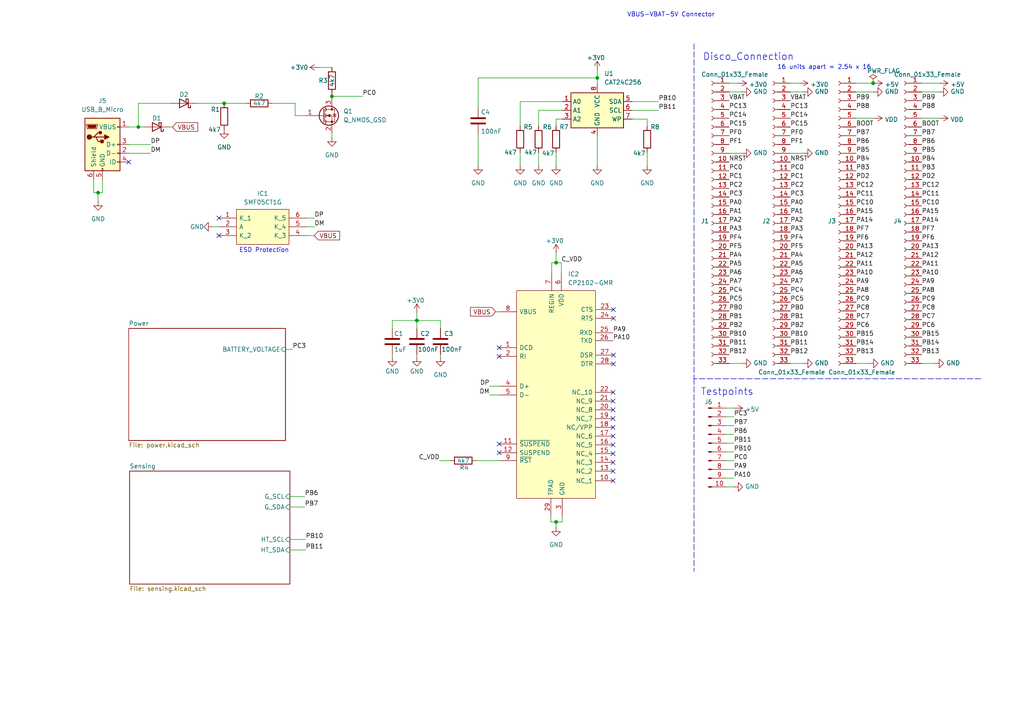
<source format=kicad_sch>
(kicad_sch (version 20211123) (generator eeschema)
  (paper "A4")
  (title_block (title "DiscoverAir HAT") (date "2022-03-26") (rev "V0.0") (company "University of Cape Town") (comment 3 "@Checked By: ") (comment 4 "@Authors: Justin Pead, Mark Njoroge"))
  (lib_symbols
    (symbol "CP2102-GMR:CP2102-GMR" (pin_names (offset 0.762))
      (property "Reference" "IC" (at 12.7 33.782 0))
      (property "Value" "CP2102-GMR" (at 12.7 31.242 0))
      (symbol "CP2102-GMR_0_0"
        (pin passive line (at -16.51 12.192 0) (length 5.08) (name "DCD") (number "1"))
        (pin passive line (at 16.51 -26.416 180) (length 5.08) (name "NC_1") (number "10"))
        (pin passive line (at -16.51 -15.748 0) (length 5.08) (name "~{SUSPEND}") (number "11"))
        (pin passive line (at -16.51 -18.288 0) (length 5.08) (name "SUSPEND") (number "12"))
        (pin passive line (at 16.51 -23.622 180) (length 5.08) (name "NC_2") (number "13"))
        (pin passive line (at 16.51 -21.082 180) (length 5.08) (name "NC_3") (number "14"))
        (pin passive line (at 16.51 -18.542 180) (length 5.08) (name "NC_4") (number "15"))
        (pin passive line (at 16.51 -16.002 180) (length 5.08) (name "NC_5") (number "16"))
        (pin passive line (at 16.51 -13.462 180) (length 5.08) (name "NC_6") (number "17"))
        (pin passive line (at 16.51 -10.922 180) (length 5.08) (name "NC/VPP") (number "18"))
        (pin passive line (at 16.51 -8.382 180) (length 5.08) (name "NC_7") (number "19"))
        (pin passive line (at -16.51 9.652 0) (length 5.08) (name "RI") (number "2"))
        (pin passive line (at 16.51 -5.842 180) (length 5.08) (name "NC_8") (number "20"))
        (pin passive line (at 16.51 -3.302 180) (length 5.08) (name "NC_9") (number "21"))
        (pin passive line (at 16.51 -0.762 180) (length 5.08) (name "NC_10") (number "22"))
        (pin passive line (at 16.637 23.241 180) (length 5.08) (name "CTS") (number "23"))
        (pin passive line (at 16.637 20.701 180) (length 5.08) (name "RTS") (number "24"))
        (pin passive line (at 16.51 16.51 180) (length 5.08) (name "RXD") (number "25"))
        (pin passive line (at 16.51 14.224 180) (length 5.08) (name "TXD") (number "26"))
        (pin passive line (at 16.637 10.033 180) (length 5.08) (name "DSR") (number "27"))
        (pin passive line (at 16.637 7.493 180) (length 5.08) (name "DTR") (number "28"))
        (pin passive line (at -1.524 -36.576 90) (length 5.08) (name "TPAD") (number "29"))
        (pin passive line (at 1.778 -36.576 90) (length 5.08) (name "GND") (number "3"))
        (pin passive line (at -16.51 1.016 0) (length 5.08) (name "D+") (number "4"))
        (pin passive line (at -16.51 -1.524 0) (length 5.08) (name "D-") (number "5"))
        (pin passive line (at 1.524 33.782 270) (length 5.08) (name "VDD") (number "6"))
        (pin passive line (at -1.27 33.782 270) (length 5.08) (name "REGIN") (number "7"))
        (pin passive line (at -16.51 22.606 0) (length 5.08) (name "VBUS") (number "8"))
        (pin passive line (at -16.51 -20.574 0) (length 5.08) (name "~{RST}") (number "9"))
      )
      (symbol "CP2102-GMR_0_1"
        (polyline (pts (xy -11.43 28.702) (xy 11.43 28.702) (xy 11.43 -31.496) (xy -11.43 -31.496) (xy -11.43 28.702)) (stroke (width 0.1524)) (fill (type background)))
      )
    )
    (symbol "Connector:Conn_01x10_Male" (pin_names (offset 1.016) hide)
      (property "Reference" "J" (at 0 12.7 0))
      (property "Value" "Conn_01x10_Male" (at 0 -15.24 0))
      (symbol "Conn_01x10_Male_1_1"
        (polyline (pts (xy 1.27 -12.7) (xy 0.8636 -12.7)) (stroke (width 0.1524)))
        (polyline (pts (xy 1.27 -10.16) (xy 0.8636 -10.16)) (stroke (width 0.1524)))
        (polyline (pts (xy 1.27 -7.62) (xy 0.8636 -7.62)) (stroke (width 0.1524)))
        (polyline (pts (xy 1.27 -5.08) (xy 0.8636 -5.08)) (stroke (width 0.1524)))
        (polyline (pts (xy 1.27 -2.54) (xy 0.8636 -2.54)) (stroke (width 0.1524)))
        (polyline (pts (xy 1.27 0) (xy 0.8636 0)) (stroke (width 0.1524)))
        (polyline (pts (xy 1.27 2.54) (xy 0.8636 2.54)) (stroke (width 0.1524)))
        (polyline (pts (xy 1.27 5.08) (xy 0.8636 5.08)) (stroke (width 0.1524)))
        (polyline (pts (xy 1.27 7.62) (xy 0.8636 7.62)) (stroke (width 0.1524)))
        (polyline (pts (xy 1.27 10.16) (xy 0.8636 10.16)) (stroke (width 0.1524)))
        (rectangle (start 0.8636 -12.573) (end 0 -12.827) (stroke (width 0.1524)) (fill (type outline)))
        (rectangle (start 0.8636 -10.033) (end 0 -10.287) (stroke (width 0.1524)) (fill (type outline)))
        (rectangle (start 0.8636 -7.493) (end 0 -7.747) (stroke (width 0.1524)) (fill (type outline)))
        (rectangle (start 0.8636 -4.953) (end 0 -5.207) (stroke (width 0.1524)) (fill (type outline)))
        (rectangle (start 0.8636 -2.413) (end 0 -2.667) (stroke (width 0.1524)) (fill (type outline)))
        (rectangle (start 0.8636 0.127) (end 0 -0.127) (stroke (width 0.1524)) (fill (type outline)))
        (rectangle (start 0.8636 2.667) (end 0 2.413) (stroke (width 0.1524)) (fill (type outline)))
        (rectangle (start 0.8636 5.207) (end 0 4.953) (stroke (width 0.1524)) (fill (type outline)))
        (rectangle (start 0.8636 7.747) (end 0 7.493) (stroke (width 0.1524)) (fill (type outline)))
        (rectangle (start 0.8636 10.287) (end 0 10.033) (stroke (width 0.1524)) (fill (type outline)))
        (pin passive line (at 5.08 10.16 180) (length 3.81) (name "Pin_1") (number "1"))
        (pin passive line (at 5.08 -12.7 180) (length 3.81) (name "Pin_10") (number "10"))
        (pin passive line (at 5.08 7.62 180) (length 3.81) (name "Pin_2") (number "2"))
        (pin passive line (at 5.08 5.08 180) (length 3.81) (name "Pin_3") (number "3"))
        (pin passive line (at 5.08 2.54 180) (length 3.81) (name "Pin_4") (number "4"))
        (pin passive line (at 5.08 0 180) (length 3.81) (name "Pin_5") (number "5"))
        (pin passive line (at 5.08 -2.54 180) (length 3.81) (name "Pin_6") (number "6"))
        (pin passive line (at 5.08 -5.08 180) (length 3.81) (name "Pin_7") (number "7"))
        (pin passive line (at 5.08 -7.62 180) (length 3.81) (name "Pin_8") (number "8"))
        (pin passive line (at 5.08 -10.16 180) (length 3.81) (name "Pin_9") (number "9"))
      )
    )
    (symbol "Connector:Conn_01x33_Female" (pin_names (offset 1.016) hide)
      (property "Reference" "J" (at 0 43.18 0))
      (property "Value" "Conn_01x33_Female" (at 0 -43.18 0))
      (symbol "Conn_01x33_Female_1_1"
        (arc (start 0 -40.132) (mid -0.508 -40.64) (end 0 -41.148) (stroke (width 0.1524)))
        (arc (start 0 -37.592) (mid -0.508 -38.1) (end 0 -38.608) (stroke (width 0.1524)))
        (arc (start 0 -35.052) (mid -0.508 -35.56) (end 0 -36.068) (stroke (width 0.1524)))
        (arc (start 0 -32.512) (mid -0.508 -33.02) (end 0 -33.528) (stroke (width 0.1524)))
        (arc (start 0 -29.972) (mid -0.508 -30.48) (end 0 -30.988) (stroke (width 0.1524)))
        (arc (start 0 -27.432) (mid -0.508 -27.94) (end 0 -28.448) (stroke (width 0.1524)))
        (arc (start 0 -24.892) (mid -0.508 -25.4) (end 0 -25.908) (stroke (width 0.1524)))
        (arc (start 0 -22.352) (mid -0.508 -22.86) (end 0 -23.368) (stroke (width 0.1524)))
        (arc (start 0 -19.812) (mid -0.508 -20.32) (end 0 -20.828) (stroke (width 0.1524)))
        (arc (start 0 -17.272) (mid -0.508 -17.78) (end 0 -18.288) (stroke (width 0.1524)))
        (arc (start 0 -14.732) (mid -0.508 -15.24) (end 0 -15.748) (stroke (width 0.1524)))
        (arc (start 0 -12.192) (mid -0.508 -12.7) (end 0 -13.208) (stroke (width 0.1524)))
        (arc (start 0 -9.652) (mid -0.508 -10.16) (end 0 -10.668) (stroke (width 0.1524)))
        (arc (start 0 -7.112) (mid -0.508 -7.62) (end 0 -8.128) (stroke (width 0.1524)))
        (arc (start 0 -4.572) (mid -0.508 -5.08) (end 0 -5.588) (stroke (width 0.1524)))
        (arc (start 0 -2.032) (mid -0.508 -2.54) (end 0 -3.048) (stroke (width 0.1524)))
        (polyline (pts (xy -1.27 -40.64) (xy -0.508 -40.64)) (stroke (width 0.1524)))
        (polyline (pts (xy -1.27 -38.1) (xy -0.508 -38.1)) (stroke (width 0.1524)))
        (polyline (pts (xy -1.27 -35.56) (xy -0.508 -35.56)) (stroke (width 0.1524)))
        (polyline (pts (xy -1.27 -33.02) (xy -0.508 -33.02)) (stroke (width 0.1524)))
        (polyline (pts (xy -1.27 -30.48) (xy -0.508 -30.48)) (stroke (width 0.1524)))
        (polyline (pts (xy -1.27 -27.94) (xy -0.508 -27.94)) (stroke (width 0.1524)))
        (polyline (pts (xy -1.27 -25.4) (xy -0.508 -25.4)) (stroke (width 0.1524)))
        (polyline (pts (xy -1.27 -22.86) (xy -0.508 -22.86)) (stroke (width 0.1524)))
        (polyline (pts (xy -1.27 -20.32) (xy -0.508 -20.32)) (stroke (width 0.1524)))
        (polyline (pts (xy -1.27 -17.78) (xy -0.508 -17.78)) (stroke (width 0.1524)))
        (polyline (pts (xy -1.27 -15.24) (xy -0.508 -15.24)) (stroke (width 0.1524)))
        (polyline (pts (xy -1.27 -12.7) (xy -0.508 -12.7)) (stroke (width 0.1524)))
        (polyline (pts (xy -1.27 -10.16) (xy -0.508 -10.16)) (stroke (width 0.1524)))
        (polyline (pts (xy -1.27 -7.62) (xy -0.508 -7.62)) (stroke (width 0.1524)))
        (polyline (pts (xy -1.27 -5.08) (xy -0.508 -5.08)) (stroke (width 0.1524)))
        (polyline (pts (xy -1.27 -2.54) (xy -0.508 -2.54)) (stroke (width 0.1524)))
        (polyline (pts (xy -1.27 0) (xy -0.508 0)) (stroke (width 0.1524)))
        (polyline (pts (xy -1.27 2.54) (xy -0.508 2.54)) (stroke (width 0.1524)))
        (polyline (pts (xy -1.27 5.08) (xy -0.508 5.08)) (stroke (width 0.1524)))
        (polyline (pts (xy -1.27 7.62) (xy -0.508 7.62)) (stroke (width 0.1524)))
        (polyline (pts (xy -1.27 10.16) (xy -0.508 10.16)) (stroke (width 0.1524)))
        (polyline (pts (xy -1.27 12.7) (xy -0.508 12.7)) (stroke (width 0.1524)))
        (polyline (pts (xy -1.27 15.24) (xy -0.508 15.24)) (stroke (width 0.1524)))
        (polyline (pts (xy -1.27 17.78) (xy -0.508 17.78)) (stroke (width 0.1524)))
        (polyline (pts (xy -1.27 20.32) (xy -0.508 20.32)) (stroke (width 0.1524)))
        (polyline (pts (xy -1.27 22.86) (xy -0.508 22.86)) (stroke (width 0.1524)))
        (polyline (pts (xy -1.27 25.4) (xy -0.508 25.4)) (stroke (width 0.1524)))
        (polyline (pts (xy -1.27 27.94) (xy -0.508 27.94)) (stroke (width 0.1524)))
        (polyline (pts (xy -1.27 30.48) (xy -0.508 30.48)) (stroke (width 0.1524)))
        (polyline (pts (xy -1.27 33.02) (xy -0.508 33.02)) (stroke (width 0.1524)))
        (polyline (pts (xy -1.27 35.56) (xy -0.508 35.56)) (stroke (width 0.1524)))
        (polyline (pts (xy -1.27 38.1) (xy -0.508 38.1)) (stroke (width 0.1524)))
        (polyline (pts (xy -1.27 40.64) (xy -0.508 40.64)) (stroke (width 0.1524)))
        (arc (start 0 0.508) (mid -0.508 0) (end 0 -0.508) (stroke (width 0.1524)))
        (arc (start 0 3.048) (mid -0.508 2.54) (end 0 2.032) (stroke (width 0.1524)))
        (arc (start 0 5.588) (mid -0.508 5.08) (end 0 4.572) (stroke (width 0.1524)))
        (arc (start 0 8.128) (mid -0.508 7.62) (end 0 7.112) (stroke (width 0.1524)))
        (arc (start 0 10.668) (mid -0.508 10.16) (end 0 9.652) (stroke (width 0.1524)))
        (arc (start 0 13.208) (mid -0.508 12.7) (end 0 12.192) (stroke (width 0.1524)))
        (arc (start 0 15.748) (mid -0.508 15.24) (end 0 14.732) (stroke (width 0.1524)))
        (arc (start 0 18.288) (mid -0.508 17.78) (end 0 17.272) (stroke (width 0.1524)))
        (arc (start 0 20.828) (mid -0.508 20.32) (end 0 19.812) (stroke (width 0.1524)))
        (arc (start 0 23.368) (mid -0.508 22.86) (end 0 22.352) (stroke (width 0.1524)))
        (arc (start 0 25.908) (mid -0.508 25.4) (end 0 24.892) (stroke (width 0.1524)))
        (arc (start 0 28.448) (mid -0.508 27.94) (end 0 27.432) (stroke (width 0.1524)))
        (arc (start 0 30.988) (mid -0.508 30.48) (end 0 29.972) (stroke (width 0.1524)))
        (arc (start 0 33.528) (mid -0.508 33.02) (end 0 32.512) (stroke (width 0.1524)))
        (arc (start 0 36.068) (mid -0.508 35.56) (end 0 35.052) (stroke (width 0.1524)))
        (arc (start 0 38.608) (mid -0.508 38.1) (end 0 37.592) (stroke (width 0.1524)))
        (arc (start 0 41.148) (mid -0.508 40.64) (end 0 40.132) (stroke (width 0.1524)))
        (pin passive line (at -5.08 40.64 0) (length 3.81) (name "Pin_1") (number "1"))
        (pin passive line (at -5.08 17.78 0) (length 3.81) (name "Pin_10") (number "10"))
        (pin passive line (at -5.08 15.24 0) (length 3.81) (name "Pin_11") (number "11"))
        (pin passive line (at -5.08 12.7 0) (length 3.81) (name "Pin_12") (number "12"))
        (pin passive line (at -5.08 10.16 0) (length 3.81) (name "Pin_13") (number "13"))
        (pin passive line (at -5.08 7.62 0) (length 3.81) (name "Pin_14") (number "14"))
        (pin passive line (at -5.08 5.08 0) (length 3.81) (name "Pin_15") (number "15"))
        (pin passive line (at -5.08 2.54 0) (length 3.81) (name "Pin_16") (number "16"))
        (pin passive line (at -5.08 0 0) (length 3.81) (name "Pin_17") (number "17"))
        (pin passive line (at -5.08 -2.54 0) (length 3.81) (name "Pin_18") (number "18"))
        (pin passive line (at -5.08 -5.08 0) (length 3.81) (name "Pin_19") (number "19"))
        (pin passive line (at -5.08 38.1 0) (length 3.81) (name "Pin_2") (number "2"))
        (pin passive line (at -5.08 -7.62 0) (length 3.81) (name "Pin_20") (number "20"))
        (pin passive line (at -5.08 -10.16 0) (length 3.81) (name "Pin_21") (number "21"))
        (pin passive line (at -5.08 -12.7 0) (length 3.81) (name "Pin_22") (number "22"))
        (pin passive line (at -5.08 -15.24 0) (length 3.81) (name "Pin_23") (number "23"))
        (pin passive line (at -5.08 -17.78 0) (length 3.81) (name "Pin_24") (number "24"))
        (pin passive line (at -5.08 -20.32 0) (length 3.81) (name "Pin_25") (number "25"))
        (pin passive line (at -5.08 -22.86 0) (length 3.81) (name "Pin_26") (number "26"))
        (pin passive line (at -5.08 -25.4 0) (length 3.81) (name "Pin_27") (number "27"))
        (pin passive line (at -5.08 -27.94 0) (length 3.81) (name "Pin_28") (number "28"))
        (pin passive line (at -5.08 -30.48 0) (length 3.81) (name "Pin_29") (number "29"))
        (pin passive line (at -5.08 35.56 0) (length 3.81) (name "Pin_3") (number "3"))
        (pin passive line (at -5.08 -33.02 0) (length 3.81) (name "Pin_30") (number "30"))
        (pin passive line (at -5.08 -35.56 0) (length 3.81) (name "Pin_31") (number "31"))
        (pin passive line (at -5.08 -38.1 0) (length 3.81) (name "Pin_32") (number "32"))
        (pin passive line (at -5.08 -40.64 0) (length 3.81) (name "Pin_33") (number "33"))
        (pin passive line (at -5.08 33.02 0) (length 3.81) (name "Pin_4") (number "4"))
        (pin passive line (at -5.08 30.48 0) (length 3.81) (name "Pin_5") (number "5"))
        (pin passive line (at -5.08 27.94 0) (length 3.81) (name "Pin_6") (number "6"))
        (pin passive line (at -5.08 25.4 0) (length 3.81) (name "Pin_7") (number "7"))
        (pin passive line (at -5.08 22.86 0) (length 3.81) (name "Pin_8") (number "8"))
        (pin passive line (at -5.08 20.32 0) (length 3.81) (name "Pin_9") (number "9"))
      )
    )
    (symbol "Connector:USB_B_Micro" (pin_names (offset 1.016))
      (property "Reference" "J" (at -5.08 11.43 0))
      (property "Value" "USB_B_Micro" (at -5.08 8.89 0))
      (symbol "USB_B_Micro_0_1"
        (rectangle (start -5.08 -7.62) (end 5.08 7.62) (stroke (width 0.254)) (fill (type background)))
        (circle (center -3.81 2.159) (radius 0.635) (stroke (width 0.254)) (fill (type outline)))
        (circle (center -0.635 3.429) (radius 0.381) (stroke (width 0.254)) (fill (type outline)))
        (rectangle (start -0.127 -7.62) (end 0.127 -6.858))
        (polyline (pts (xy -1.905 2.159) (xy 0.635 2.159)) (stroke (width 0.254)))
        (polyline (pts (xy -3.175 2.159) (xy -2.54 2.159) (xy -1.27 3.429) (xy -0.635 3.429)) (stroke (width 0.254)))
        (polyline (pts (xy -2.54 2.159) (xy -1.905 2.159) (xy -1.27 0.889) (xy 0 0.889)) (stroke (width 0.254)))
        (polyline (pts (xy 0.635 2.794) (xy 0.635 1.524) (xy 1.905 2.159) (xy 0.635 2.794)) (stroke (width 0.254)) (fill (type outline)))
        (polyline (pts (xy -4.318 5.588) (xy -1.778 5.588) (xy -2.032 4.826) (xy -4.064 4.826) (xy -4.318 5.588)) (fill (type outline)))
        (polyline (pts (xy -4.699 5.842) (xy -4.699 5.588) (xy -4.445 4.826) (xy -4.445 4.572) (xy -1.651 4.572) (xy -1.651 4.826) (xy -1.397 5.588) (xy -1.397 5.842) (xy -4.699 5.842)))
        (rectangle (start 0.254 1.27) (end -0.508 0.508) (stroke (width 0.254)) (fill (type outline)))
        (rectangle (start 5.08 -5.207) (end 4.318 -4.953))
        (rectangle (start 5.08 -2.667) (end 4.318 -2.413))
        (rectangle (start 5.08 -0.127) (end 4.318 0.127))
        (rectangle (start 5.08 4.953) (end 4.318 5.207))
      )
      (symbol "USB_B_Micro_1_1"
        (pin power_out line (at 7.62 5.08 180) (length 2.54) (name "VBUS") (number "1"))
        (pin bidirectional line (at 7.62 -2.54 180) (length 2.54) (name "D-") (number "2"))
        (pin bidirectional line (at 7.62 0 180) (length 2.54) (name "D+") (number "3"))
        (pin passive line (at 7.62 -5.08 180) (length 2.54) (name "ID") (number "4"))
        (pin power_out line (at 0 -10.16 90) (length 2.54) (name "GND") (number "5"))
        (pin passive line (at -2.54 -10.16 90) (length 2.54) (name "Shield") (number "6"))
      )
    )
    (symbol "Device:C" (pin_numbers hide) (pin_names (offset 0.254))
      (property "Reference" "C" (at 0.635 2.54 0))
      (property "Value" "C" (at 0.635 -2.54 0))
      (symbol "C_0_1"
        (polyline (pts (xy -2.032 -0.762) (xy 2.032 -0.762)) (stroke (width 0.508)))
        (polyline (pts (xy -2.032 0.762) (xy 2.032 0.762)) (stroke (width 0.508)))
      )
      (symbol "C_1_1"
        (pin passive line (at 0 3.81 270) (length 2.794) (name "~") (number "1"))
        (pin passive line (at 0 -3.81 90) (length 2.794) (name "~") (number "2"))
      )
    )
    (symbol "Device:D_Schottky" (pin_numbers hide) (pin_names (offset 1.016) hide)
      (property "Reference" "D" (at 0 2.54 0))
      (property "Value" "D_Schottky" (at 0 -2.54 0))
      (symbol "D_Schottky_0_1"
        (polyline (pts (xy 1.27 0) (xy -1.27 0)))
        (polyline (pts (xy 1.27 1.27) (xy 1.27 -1.27) (xy -1.27 0) (xy 1.27 1.27)) (stroke (width 0.254)))
        (polyline (pts (xy -1.905 0.635) (xy -1.905 1.27) (xy -1.27 1.27) (xy -1.27 -1.27) (xy -0.635 -1.27) (xy -0.635 -0.635)) (stroke (width 0.254)))
      )
      (symbol "D_Schottky_1_1"
        (pin passive line (at -3.81 0 0) (length 2.54) (name "K") (number "1"))
        (pin passive line (at 3.81 0 180) (length 2.54) (name "A") (number "2"))
      )
    )
    (symbol "Device:Q_NMOS_GSD" (pin_names (offset 0) hide)
      (property "Reference" "Q" (at 5.08 1.27 0))
      (property "Value" "Q_NMOS_GSD" (at 5.08 -1.27 0))
      (symbol "Q_NMOS_GSD_0_1"
        (polyline (pts (xy 0.254 0) (xy -2.54 0)))
        (polyline (pts (xy 0.254 1.905) (xy 0.254 -1.905)) (stroke (width 0.254)))
        (polyline (pts (xy 0.762 -1.27) (xy 0.762 -2.286)) (stroke (width 0.254)))
        (polyline (pts (xy 0.762 0.508) (xy 0.762 -0.508)) (stroke (width 0.254)))
        (polyline (pts (xy 0.762 2.286) (xy 0.762 1.27)) (stroke (width 0.254)))
        (polyline (pts (xy 2.54 2.54) (xy 2.54 1.778)))
        (polyline (pts (xy 2.54 -2.54) (xy 2.54 0) (xy 0.762 0)))
        (polyline (pts (xy 0.762 -1.778) (xy 3.302 -1.778) (xy 3.302 1.778) (xy 0.762 1.778)))
        (polyline (pts (xy 1.016 0) (xy 2.032 0.381) (xy 2.032 -0.381) (xy 1.016 0)) (fill (type outline)))
        (polyline (pts (xy 2.794 0.508) (xy 2.921 0.381) (xy 3.683 0.381) (xy 3.81 0.254)))
        (polyline (pts (xy 3.302 0.381) (xy 2.921 -0.254) (xy 3.683 -0.254) (xy 3.302 0.381)))
        (circle (center 1.651 0) (radius 2.794) (stroke (width 0.254)))
        (circle (center 2.54 -1.778) (radius 0.254) (fill (type outline)))
        (circle (center 2.54 1.778) (radius 0.254) (fill (type outline)))
      )
      (symbol "Q_NMOS_GSD_1_1"
        (pin input line (at -5.08 0 0) (length 2.54) (name "G") (number "1"))
        (pin passive line (at 2.54 -5.08 90) (length 2.54) (name "S") (number "2"))
        (pin passive line (at 2.54 5.08 270) (length 2.54) (name "D") (number "3"))
      )
    )
    (symbol "Device:R" (pin_numbers hide) (pin_names (offset 0))
      (property "Reference" "R" (at 2.032 0 90))
      (property "Value" "R" (at 0 0 90))
      (symbol "R_0_1"
        (rectangle (start -1.016 -2.54) (end 1.016 2.54) (stroke (width 0.254)))
      )
      (symbol "R_1_1"
        (pin passive line (at 0 3.81 270) (length 1.27) (name "~") (number "1"))
        (pin passive line (at 0 -3.81 90) (length 1.27) (name "~") (number "2"))
      )
    )
    (symbol "Memory_EEPROM:CAT24C256"
      (property "Reference" "U" (at -6.35 6.35 0))
      (property "Value" "CAT24C256" (at 1.27 6.35 0))
      (symbol "CAT24C256_1_1"
        (rectangle (start -7.62 5.08) (end 7.62 -5.08) (stroke (width 0.254)) (fill (type background)))
        (pin input line (at -10.16 2.54 0) (length 2.54) (name "A0") (number "1"))
        (pin input line (at -10.16 0 0) (length 2.54) (name "A1") (number "2"))
        (pin input line (at -10.16 -2.54 0) (length 2.54) (name "A2") (number "3"))
        (pin power_in line (at 0 -7.62 90) (length 2.54) (name "GND") (number "4"))
        (pin bidirectional line (at 10.16 2.54 180) (length 2.54) (name "SDA") (number "5"))
        (pin input line (at 10.16 0 180) (length 2.54) (name "SCL") (number "6"))
        (pin input line (at 10.16 -2.54 180) (length 2.54) (name "WP") (number "7"))
        (pin power_in line (at 0 7.62 270) (length 2.54) (name "VCC") (number "8"))
      )
    )
    (symbol "SMF05CT1G:SMF05CT1G" (pin_names (offset 0.762))
      (property "Reference" "IC" (at 21.59 7.62 0))
      (property "Value" "SMF05CT1G" (at 21.59 5.08 0))
      (symbol "SMF05CT1G_0_0"
        (pin passive line (at 0 0 0) (length 5.08) (name "K_1") (number "1"))
        (pin passive line (at 0 -2.54 0) (length 5.08) (name "A") (number "2"))
        (pin passive line (at 0 -5.08 0) (length 5.08) (name "K_2") (number "3"))
        (pin passive line (at 25.4 -5.08 180) (length 5.08) (name "K_3") (number "4"))
        (pin passive line (at 25.4 -2.54 180) (length 5.08) (name "K_4") (number "5"))
        (pin passive line (at 25.4 0 180) (length 5.08) (name "K_5") (number "6"))
      )
      (symbol "SMF05CT1G_0_1"
        (polyline (pts (xy 5.08 2.54) (xy 20.32 2.54) (xy 20.32 -7.62) (xy 5.08 -7.62) (xy 5.08 2.54)) (stroke (width 0.1524)) (fill (type background)))
      )
    )
    (symbol "power:+3V0" (power) (pin_names (offset 0))
      (property "Value" "+3V0" (at 0 3.556 0))
      (symbol "+3V0_0_1"
        (polyline (pts (xy -0.762 1.27) (xy 0 2.54)))
        (polyline (pts (xy 0 0) (xy 0 2.54)))
        (polyline (pts (xy 0 2.54) (xy 0.762 1.27)))
      )
      (symbol "+3V0_1_1"
        (pin power_in line (at 0 0 90) (length 0) hide (name "+3V0") (number "1"))
      )
    )
    (symbol "power:+5V" (power) (pin_names (offset 0))
      (property "Value" "+5V" (at 0 3.556 0))
      (symbol "+5V_0_1"
        (polyline (pts (xy -0.762 1.27) (xy 0 2.54)))
        (polyline (pts (xy 0 0) (xy 0 2.54)))
        (polyline (pts (xy 0 2.54) (xy 0.762 1.27)))
      )
      (symbol "+5V_1_1"
        (pin power_in line (at 0 0 90) (length 0) hide (name "+5V") (number "1"))
      )
    )
    (symbol "power:GND" (power) (pin_names (offset 0))
      (property "Value" "GND" (at 0 -3.81 0))
      (symbol "GND_0_1"
        (polyline (pts (xy 0 0) (xy 0 -1.27) (xy 1.27 -1.27) (xy 0 -2.54) (xy -1.27 -1.27) (xy 0 -1.27)))
      )
      (symbol "GND_1_1"
        (pin power_in line (at 0 0 270) (length 0) hide (name "GND") (number "1"))
      )
    )
    (symbol "power:PWR_FLAG" (power) (pin_numbers hide) (pin_names (offset 0) hide)
      (property "Value" "PWR_FLAG" (at 0 3.81 0))
      (symbol "PWR_FLAG_0_0"
        (pin power_out line (at 0 0 90) (length 0) (name "pwr") (number "1"))
      )
      (symbol "PWR_FLAG_0_1"
        (polyline (pts (xy 0 0) (xy 0 1.27) (xy -1.016 1.905) (xy 0 2.54) (xy 1.016 1.905) (xy 0 1.27)))
      )
    )
    (symbol "power:VDD" (power) (pin_names (offset 0))
      (property "Value" "VDD" (at 0 3.81 0))
      (symbol "VDD_0_1"
        (polyline (pts (xy -0.762 1.27) (xy 0 2.54)))
        (polyline (pts (xy 0 0) (xy 0 2.54)))
        (polyline (pts (xy 0 2.54) (xy 0.762 1.27)))
      )
      (symbol "VDD_1_1"
        (pin power_in line (at 0 0 90) (length 0) hide (name "VDD") (number "1"))
      )
    )
  )
  (junction (at 40.132 36.83))
  (junction (at 253.238 24.13))
  (junction (at 173.228 22.606))
  (junction (at 96.266 27.94))
  (junction (at 161.29 151.384))
  (junction (at 120.904 92.964))
  (junction (at 161.29 76.2))
  (junction (at 65.024 29.972))
  (junction (at 28.448 55.88))
  (no_connect (at 63.5 63.246))
  (no_connect (at 177.8 123.952))
  (no_connect (at 177.927 102.997))
  (no_connect (at 37.338 46.99))
  (no_connect (at 177.927 92.329))
  (no_connect (at 144.78 103.378))
  (no_connect (at 177.927 105.537))
  (no_connect (at 177.8 134.112))
  (no_connect (at 177.927 89.789))
  (no_connect (at 144.78 100.838))
  (no_connect (at 144.78 131.318))
  (no_connect (at 177.8 118.872))
  (no_connect (at 144.78 128.778))
  (no_connect (at 177.8 126.492))
  (no_connect (at 177.8 116.332))
  (no_connect (at 177.8 113.792))
  (no_connect (at 177.8 129.032))
  (no_connect (at 177.8 121.412))
  (no_connect (at 177.8 131.572))
  (no_connect (at 63.5 68.326))
  (no_connect (at 177.8 139.446))
  (no_connect (at 177.8 136.652))
  (wire (pts (xy 84.074 159.512) (xy 88.646 159.512)))
  (wire (pts (xy 163.068 32.004) (xy 156.21 32.004)))
  (wire (pts (xy 210.566 141.224) (xy 212.852 141.224)))
  (wire (pts (xy 161.29 44.196) (xy 161.29 48.006)))
  (wire (pts (xy 120.904 90.678) (xy 120.904 92.964)))
  (wire (pts (xy 120.904 102.87) (xy 120.904 103.632)))
  (wire (pts (xy 210.566 128.524) (xy 212.852 128.524)))
  (wire (pts (xy 150.876 44.196) (xy 150.876 48.006)))
  (wire (pts (xy 40.132 36.83) (xy 41.656 36.83)))
  (wire (pts (xy 120.904 92.964) (xy 127.762 92.964)))
  (wire (pts (xy 92.456 19.558) (xy 96.266 19.558)))
  (wire (pts (xy 85.598 29.972) (xy 85.598 33.528)))
  (wire (pts (xy 65.024 29.972) (xy 71.374 29.972)))
  (wire (pts (xy 37.338 44.45) (xy 43.688 44.45)))
  (wire (pts (xy 211.455 44.45) (xy 215.265 44.45)))
  (wire (pts (xy 82.804 101.346) (xy 84.836 101.346)))
  (wire (pts (xy 28.448 55.88) (xy 28.448 58.42)))
  (wire (pts (xy 88.9 63.246) (xy 91.186 63.246)))
  (wire (pts (xy 160.02 76.2) (xy 160.02 79.248)))
  (wire (pts (xy 37.338 36.83) (xy 40.132 36.83)))
  (wire (pts (xy 210.566 125.984) (xy 212.852 125.984)))
  (wire (pts (xy 187.706 44.196) (xy 187.706 48.006)))
  (wire (pts (xy 187.706 34.544) (xy 187.706 36.576)))
  (wire (pts (xy 156.21 32.004) (xy 156.21 36.576)))
  (wire (pts (xy 162.814 76.2) (xy 162.814 79.248)))
  (wire (pts (xy 113.792 92.964) (xy 120.904 92.964)))
  (polyline (pts (xy 201.295 12.7) (xy 201.295 109.855)))
  (wire (pts (xy 161.29 73.406) (xy 161.29 76.2)))
  (wire (pts (xy 173.228 39.624) (xy 173.228 48.006)))
  (wire (pts (xy 29.718 55.88) (xy 28.448 55.88)))
  (wire (pts (xy 163.068 29.464) (xy 150.876 29.464)))
  (wire (pts (xy 85.598 33.528) (xy 88.646 33.528)))
  (wire (pts (xy 113.792 102.87) (xy 113.792 103.632)))
  (polyline (pts (xy 284.48 109.855) (xy 201.295 109.855)))
  (wire (pts (xy 248.285 26.67) (xy 253.365 26.67)))
  (wire (pts (xy 253.238 24.13) (xy 248.285 24.13)))
  (wire (pts (xy 57.15 29.972) (xy 65.024 29.972)))
  (wire (pts (xy 141.986 114.554) (xy 144.78 114.554)))
  (wire (pts (xy 127.762 103.632) (xy 127.762 102.87)))
  (wire (pts (xy 229.235 24.13) (xy 231.775 24.13)))
  (wire (pts (xy 163.068 34.544) (xy 161.29 34.544)))
  (wire (pts (xy 138.684 31.242) (xy 138.684 22.606)))
  (wire (pts (xy 113.792 92.964) (xy 113.792 95.25)))
  (wire (pts (xy 156.21 44.196) (xy 156.21 48.006)))
  (wire (pts (xy 28.448 55.88) (xy 27.178 55.88)))
  (wire (pts (xy 210.566 138.684) (xy 212.852 138.684)))
  (wire (pts (xy 173.228 22.606) (xy 173.228 24.384)))
  (polyline (pts (xy 201.295 109.855) (xy 201.295 165.735)))
  (wire (pts (xy 163.068 151.384) (xy 163.068 149.606)))
  (wire (pts (xy 161.29 76.2) (xy 160.02 76.2)))
  (wire (pts (xy 78.994 29.972) (xy 85.598 29.972)))
  (wire (pts (xy 29.718 52.07) (xy 29.718 55.88)))
  (wire (pts (xy 84.074 156.464) (xy 88.646 156.464)))
  (wire (pts (xy 88.392 147.066) (xy 84.074 147.066)))
  (wire (pts (xy 183.388 32.004) (xy 191.008 32.004)))
  (wire (pts (xy 210.566 136.144) (xy 212.852 136.144)))
  (wire (pts (xy 210.566 120.904) (xy 212.852 120.904)))
  (wire (pts (xy 162.814 76.2) (xy 161.29 76.2)))
  (wire (pts (xy 138.684 38.862) (xy 138.684 48.006)))
  (wire (pts (xy 161.29 152.908) (xy 161.29 151.384)))
  (wire (pts (xy 248.285 34.29) (xy 253.365 34.29)))
  (wire (pts (xy 210.566 118.364) (xy 212.852 118.364)))
  (wire (pts (xy 138.684 22.606) (xy 173.228 22.606)))
  (wire (pts (xy 159.766 151.384) (xy 159.766 149.606)))
  (wire (pts (xy 210.566 123.444) (xy 212.852 123.444)))
  (wire (pts (xy 253.365 24.13) (xy 253.238 24.13)))
  (wire (pts (xy 96.266 38.608) (xy 96.266 39.878)))
  (wire (pts (xy 27.178 52.07) (xy 27.178 55.88)))
  (wire (pts (xy 211.455 24.13) (xy 213.995 24.13)))
  (wire (pts (xy 173.228 20.32) (xy 173.228 22.606)))
  (wire (pts (xy 143.764 90.424) (xy 144.78 90.424)))
  (wire (pts (xy 61.722 65.786) (xy 63.5 65.786)))
  (wire (pts (xy 96.266 27.178) (xy 96.266 27.94)))
  (wire (pts (xy 127.508 133.604) (xy 130.556 133.604)))
  (wire (pts (xy 233.045 105.41) (xy 229.235 105.41)))
  (wire (pts (xy 49.276 36.83) (xy 50.038 36.83)))
  (wire (pts (xy 210.566 133.604) (xy 212.852 133.604)))
  (wire (pts (xy 229.235 26.67) (xy 233.045 26.67)))
  (wire (pts (xy 183.388 34.544) (xy 187.706 34.544)))
  (wire (pts (xy 161.29 151.384) (xy 163.068 151.384)))
  (wire (pts (xy 229.235 44.45) (xy 233.045 44.45)))
  (wire (pts (xy 40.132 29.972) (xy 49.53 29.972)))
  (wire (pts (xy 161.29 34.544) (xy 161.29 36.576)))
  (wire (pts (xy 272.415 24.13) (xy 267.335 24.13)))
  (wire (pts (xy 96.266 27.94) (xy 105.156 27.94)))
  (wire (pts (xy 88.9 65.786) (xy 91.186 65.786)))
  (wire (pts (xy 88.392 144.018) (xy 84.074 144.018)))
  (wire (pts (xy 138.176 133.604) (xy 144.78 133.604)))
  (wire (pts (xy 127.762 92.964) (xy 127.762 95.25)))
  (wire (pts (xy 211.455 26.67) (xy 215.265 26.67)))
  (wire (pts (xy 141.986 112.014) (xy 144.78 112.014)))
  (wire (pts (xy 40.132 36.83) (xy 40.132 29.972)))
  (wire (pts (xy 120.904 92.964) (xy 120.904 95.25)))
  (wire (pts (xy 248.285 105.41) (xy 252.095 105.41)))
  (wire (pts (xy 267.335 105.41) (xy 271.145 105.41)))
  (wire (pts (xy 161.29 151.384) (xy 159.766 151.384)))
  (wire (pts (xy 150.876 29.464) (xy 150.876 36.576)))
  (wire (pts (xy 267.335 26.67) (xy 272.415 26.67)))
  (wire (pts (xy 37.338 41.91) (xy 43.688 41.91)))
  (wire (pts (xy 88.9 68.326) (xy 91.186 68.326)))
  (wire (pts (xy 183.388 29.464) (xy 191.008 29.464)))
  (wire (pts (xy 215.265 105.41) (xy 211.455 105.41)))
  (wire (pts (xy 267.335 34.29) (xy 272.415 34.29)))
  (wire (pts (xy 96.266 27.94) (xy 96.266 28.448)))
  (wire (pts (xy 210.566 131.064) (xy 212.852 131.064)))
  (text "ESD Protection" (at 69.342 73.406 0) (effects (font (size 1.27 1.27)) (justify left bottom)))
  (text "Not sure if you want this here:\n\nGP LEDS\nPushButton or 2 for testing\nUSB Connector\nTesting Connector\nJumpers for debugging and inserting signals" (at -52.578 30.734 0) (effects (font (size 1.27 1.27)) (justify left bottom)))
  (text "Memory Element and which pins you wish to use.\ndebugging capabilities to test it\n" (at -52.578 41.91 0) (effects (font (size 1.27 1.27)) (justify left bottom)))
  (text "16 units apart = 2.54 x 16" (at 225.425 20.32 0) (effects (font (size 1.27 1.27)) (justify left bottom)))
  (text "Disco_Connection" (at 203.835 17.78 0) (effects (font (size 2.0066 2.0066)) (justify left bottom)))
  (text "VBUS-VBAT-5V Connector" (at 181.864 5.08 0) (effects (font (size 1.27 1.27)) (justify left bottom)))
  (text "Testpoints" (at 203.2 114.935 0) (effects (font (size 2.0066 2.0066)) (justify left bottom)))
  (label "PC14" (at 211.455 34.29 0))
  (label "PC11" (at 248.285 57.15 0))
  (label "PB2" (at 211.455 95.25 0))
  (label "PB6" (at 248.285 41.91 0))
  (label "PA10" (at 177.8 98.806 0))
  (label "PA9" (at 177.8 96.52 0))
  (label "PB14" (at 267.335 100.33 0))
  (label "PA15" (at 267.335 62.23 0))
  (label "PB11" (at 191.008 32.004 0))
  (label "PB14" (at 248.285 100.33 0))
  (label "PA11" (at 267.335 77.47 0))
  (label "PC7" (at 248.285 92.71 0))
  (label "PB6" (at 212.852 125.984 0))
  (label "PC0" (at 105.156 27.94 0))
  (label "PB6" (at 267.335 41.91 0))
  (label "PA8" (at 267.335 85.09 0))
  (label "PC9" (at 248.285 87.63 0))
  (label "PB15" (at 267.335 97.79 0))
  (label "PC11" (at 267.335 57.15 0))
  (label "PC1" (at 211.455 52.07 0))
  (label "DM" (at 43.688 44.45 0))
  (label "PA1" (at 229.235 62.23 0))
  (label "PF7" (at 267.335 67.31 0))
  (label "PC0" (at 229.235 49.53 0))
  (label "PF7" (at 248.285 67.31 0))
  (label "PA12" (at 267.335 74.93 0))
  (label "PC15" (at 211.455 36.83 0))
  (label "PC1" (at 229.235 52.07 0))
  (label "PC13" (at 229.235 31.75 0))
  (label "VBAT" (at 229.235 29.21 0))
  (label "PC6" (at 267.335 95.25 0))
  (label "PA4" (at 211.455 74.93 0))
  (label "BOOT" (at 248.285 36.83 0))
  (label "PB5" (at 248.285 44.45 0))
  (label "PC8" (at 267.335 90.17 0))
  (label "PB7" (at 267.335 39.37 0))
  (label "PA13" (at 267.335 72.39 0))
  (label "PD2" (at 248.285 52.07 0))
  (label "PC12" (at 248.285 54.61 0))
  (label "PC10" (at 248.285 59.69 0))
  (label "PB1" (at 211.455 92.71 0))
  (label "PB9" (at 267.335 29.21 0))
  (label "PA2" (at 229.235 64.77 0))
  (label "PA10" (at 267.335 80.01 0))
  (label "PB5" (at 267.335 44.45 0))
  (label "PF5" (at 211.455 72.39 0))
  (label "PB13" (at 248.285 102.87 0))
  (label "PC4" (at 229.235 85.09 0))
  (label "PB11" (at 88.646 159.512 0))
  (label "PC15" (at 229.235 36.83 0))
  (label "PB1" (at 229.235 92.71 0))
  (label "PA5" (at 229.235 77.47 0))
  (label "PC0" (at 211.455 49.53 0))
  (label "PB7" (at 248.285 39.37 0))
  (label "PB0" (at 229.235 90.17 0))
  (label "PA5" (at 211.455 77.47 0))
  (label "PC8" (at 248.285 90.17 0))
  (label "PA3" (at 229.235 67.31 0))
  (label "PA10" (at 248.285 80.01 0))
  (label "PB12" (at 211.455 102.87 0))
  (label "DP" (at 141.986 112.014 180))
  (label "PB10" (at 211.455 97.79 0))
  (label "PB3" (at 267.335 49.53 0))
  (label "PC3" (at 212.852 120.904 0))
  (label "PA14" (at 248.285 64.77 0))
  (label "VBAT" (at 211.455 29.21 0))
  (label "DP" (at 91.186 63.246 0))
  (label "PC6" (at 248.285 95.25 0))
  (label "PA7" (at 229.235 82.55 0))
  (label "PB11" (at 211.455 100.33 0))
  (label "PC4" (at 211.455 85.09 0))
  (label "PC14" (at 229.235 34.29 0))
  (label "PC2" (at 229.235 54.61 0))
  (label "PF4" (at 229.235 69.85 0))
  (label "PB2" (at 229.235 95.25 0))
  (label "PF0" (at 211.455 39.37 0))
  (label "PC0" (at 212.852 133.604 0))
  (label "PA2" (at 211.455 64.77 0))
  (label "PA12" (at 248.285 74.93 0))
  (label "PB6" (at 88.392 144.018 0))
  (label "PC5" (at 229.235 87.63 0))
  (label "PB7" (at 212.852 123.444 0))
  (label "PA6" (at 229.235 80.01 0))
  (label "PC13" (at 211.455 31.75 0))
  (label "PB13" (at 267.335 102.87 0))
  (label "NRST" (at 229.235 46.99 0))
  (label "PA3" (at 211.455 67.31 0))
  (label "PB4" (at 267.335 46.99 0))
  (label "PA6" (at 211.455 80.01 0))
  (label "PF1" (at 229.235 41.91 0))
  (label "BOOT" (at 267.335 36.83 0))
  (label "PA4" (at 229.235 74.93 0))
  (label "PB15" (at 248.285 97.79 0))
  (label "PB4" (at 248.285 46.99 0))
  (label "PF0" (at 229.235 39.37 0))
  (label "PA10" (at 212.852 138.684 0))
  (label "PC3" (at 84.836 101.346 0))
  (label "PB8" (at 267.335 31.75 0))
  (label "PC5" (at 211.455 87.63 0))
  (label "PA0" (at 211.455 59.69 0))
  (label "PB11" (at 229.235 100.33 0))
  (label "PA9" (at 212.852 136.144 0))
  (label "PC12" (at 267.335 54.61 0))
  (label "PC7" (at 267.335 92.71 0))
  (label "PB11" (at 212.852 128.524 0))
  (label "PF5" (at 229.235 72.39 0))
  (label "DP" (at 43.688 41.91 0))
  (label "C_VDD" (at 162.814 76.2 0))
  (label "PB10" (at 88.646 156.464 0))
  (label "C_VDD" (at 127.508 133.604 180))
  (label "DM" (at 141.986 114.554 180))
  (label "PA0" (at 229.235 59.69 0))
  (label "PC3" (at 211.455 57.15 0))
  (label "PB7" (at 88.392 147.066 0))
  (label "PA14" (at 267.335 64.77 0))
  (label "PF6" (at 267.335 69.85 0))
  (label "PB10" (at 191.008 29.464 0))
  (label "PB10" (at 212.852 131.064 0))
  (label "PF6" (at 248.285 69.85 0))
  (label "PA11" (at 248.285 77.47 0))
  (label "PF1" (at 211.455 41.91 0))
  (label "PA15" (at 248.285 62.23 0))
  (label "PD2" (at 267.335 52.07 0))
  (label "PB8" (at 248.285 31.75 0))
  (label "PB10" (at 229.235 97.79 0))
  (label "PA7" (at 211.455 82.55 0))
  (label "PA9" (at 248.285 82.55 0))
  (label "PB9" (at 248.285 29.21 0))
  (label "PA9" (at 267.335 82.55 0))
  (label "PB12" (at 229.235 102.87 0))
  (label "PC10" (at 267.335 59.69 0))
  (label "PA1" (at 211.455 62.23 0))
  (label "PA13" (at 248.285 72.39 0))
  (label "PC2" (at 211.455 54.61 0))
  (label "PB3" (at 248.285 49.53 0))
  (label "PA8" (at 248.285 85.09 0))
  (label "DM" (at 91.186 65.786 0))
  (label "PF4" (at 211.455 69.85 0))
  (label "PB0" (at 211.455 90.17 0))
  (label "NRST" (at 211.455 46.99 0))
  (label "PC3" (at 229.235 57.15 0))
  (label "PC9" (at 267.335 87.63 0))
  (global_label "VBUS" (shape input) (at 50.038 36.83 0) (property "Intersheet References" "${INTERSHEET_REFS}" (effects hide)))
  (global_label "VBUS" (shape input) (at 91.186 68.326 0) (property "Intersheet References" "${INTERSHEET_REFS}" (effects hide)))
  (global_label "VBUS" (shape input) (at 143.764 90.424 180) (property "Intersheet References" "${INTERSHEET_REFS}" (effects hide)))
  (symbol (lib_id "CP2102-GMR:CP2102-GMR") (at 161.29 113.03 0) (unit 1)
    (property "Reference" "IC2" (at 164.7064 79.502 0) (effects (justify left)))
    (property "Value" "CP2102-GMR" (at 164.7064 82.042 0) (effects (justify left)))
    (property "Footprint" "CP2102-GMR:QFN50P500X500X100-29N-D" (effects hide))
    (property "Datasheet" "https://www.silabs.com/Support%20Documents/TechnicalDocs/CP2102-9.pdf" (effects hide))
    (property "Description" "I/O Controller Interface IC USB-TO-UART BRIDGE, qfn-28" (effects hide))
    (property "Height" "1" (effects hide))
    (property "Manufacturer_Part_Number" "CP2102-GMR" (effects hide))
    (property "LCSC" "C6568" (effects hide))
    (property "Price" "$3.7227" (effects hide))
  )
  (symbol (lib_id "Device:R") (at 161.29 40.386 180) (unit 1)
    (property "Reference" "R7" (at 163.576 36.83 0))
    (property "Value" "4k7" (at 159.004 44.45 0))
    (property "Footprint" "Resistor_SMD:R_0603_1608Metric_Pad0.98x0.95mm_HandSolder" (effects hide))
    (property "LCSC" "C23162" (effects hide))
    (property "Price" "$0.0013" (effects hide))
  )
  (symbol (lib_id "Device:C") (at 120.904 99.06 0) (unit 1)
    (property "Reference" "C2" (at 121.92 96.774 0) (effects (justify left)))
    (property "Value" "100nF" (at 121.158 101.346 0) (effects (justify left)))
    (property "Footprint" "Capacitor_SMD:C_0603_1608Metric_Pad1.08x0.95mm_HandSolder" (effects hide))
    (property "LCSC" "C14663" (effects hide))
    (property "Price" "$0.0026" (effects hide))
  )
  (symbol (lib_id "power:GND") (at 233.045 105.41 90) (unit 1)
    (property "Reference" "#PWR014" (effects hide))
    (property "Value" "GND" (at 236.2962 105.283 90) (effects (justify right)))
  )
  (symbol (lib_id "Device:R") (at 156.21 40.386 180) (unit 1)
    (property "Reference" "R6" (at 158.75 36.83 0))
    (property "Value" "4k7" (at 153.924 44.196 0))
    (property "Footprint" "Resistor_SMD:R_0603_1608Metric_Pad0.98x0.95mm_HandSolder" (effects hide))
    (property "LCSC" "C23162" (effects hide))
    (property "Price" "$0.0013" (effects hide))
  )
  (symbol (lib_id "power:GND") (at 233.045 44.45 90) (unit 1)
    (property "Reference" "#PWR012" (effects hide))
    (property "Value" "GND" (at 236.2962 44.323 90) (effects (justify right)))
  )
  (symbol (lib_id "Device:Q_NMOS_GSD") (at 93.726 33.528 0) (unit 1)
    (property "Reference" "Q1" (at 99.568 32.2579 0) (effects (justify left)))
    (property "Value" "Q_NMOS_GSD" (at 99.568 34.7979 0) (effects (justify left)))
    (property "Footprint" "Package_TO_SOT_SMD:SOT-23" (effects hide))
    (property "LCSC" "C8545" (effects hide))
  )
  (symbol (lib_id "Device:R") (at 96.266 23.368 0) (unit 1)
    (property "Reference" "R3" (at 93.726 23.368 0))
    (property "Value" "4k7" (at 96.266 23.368 90))
    (property "Footprint" "Resistor_SMD:R_0603_1608Metric_Pad0.98x0.95mm_HandSolder" (effects hide))
    (property "LCSC" "C23162" (effects hide))
    (property "Price" "$0.0013" (effects hide))
  )
  (symbol (lib_id "Memory_EEPROM:CAT24C256") (at 173.228 32.004 0) (unit 1)
    (property "Reference" "U1" (at 175.2474 21.336 0) (effects (justify left)))
    (property "Value" "CAT24C256" (at 175.2474 23.876 0) (effects (justify left)))
    (property "Footprint" "Package_SO:SOIC-8_3.9x4.9mm_P1.27mm" (effects hide))
    (property "Datasheet" "https://www.onsemi.cn/PowerSolutions/document/CAT24C256-D.PDF" (effects hide))
    (property "LCSC" "C6482" (effects hide))
    (property "Price" "$1.5556" (effects hide))
  )
  (symbol (lib_id "power:GND") (at 150.876 48.006 0) (unit 1)
    (property "Reference" "#PWR0112" (effects hide))
    (property "Value" "GND" (at 150.876 53.086 0))
  )
  (symbol (lib_id "Device:R") (at 187.706 40.386 180) (unit 1)
    (property "Reference" "R8" (at 189.992 36.83 0))
    (property "Value" "4k7" (at 185.42 44.45 0))
    (property "Footprint" "Resistor_SMD:R_0603_1608Metric_Pad0.98x0.95mm_HandSolder" (effects hide))
    (property "LCSC" "C23162" (effects hide))
    (property "Price" "$0.0013" (effects hide))
  )
  (symbol (lib_id "power:+3V0") (at 120.904 90.678 0) (unit 1)
    (property "Reference" "#PWR0108" (effects hide))
    (property "Value" "+3V0" (at 117.856 87.122 0) (effects (justify left)))
  )
  (symbol (lib_id "power:GND") (at 233.045 26.67 90) (unit 1)
    (property "Reference" "#PWR06" (effects hide))
    (property "Value" "GND" (at 236.2962 26.543 90) (effects (justify right)))
  )
  (symbol (lib_id "power:GND") (at 252.095 105.41 90) (unit 1)
    (property "Reference" "#PWR015" (effects hide))
    (property "Value" "GND" (at 255.3462 105.283 90) (effects (justify right)))
  )
  (symbol (lib_id "Connector:Conn_01x33_Female") (at 262.255 64.77 0) (mirror y) (unit 1)
    (property "Reference" "J4" (at 261.5438 64.1096 0) (effects (justify left)))
    (property "Value" "Conn_01x33_Female" (at 278.765 21.59 0) (effects (justify left)))
    (property "Footprint" "Connector_PinHeader_2.54mm:PinHeader_1x33_P2.54mm_Vertical" (effects hide))
    (property "Populate" "DNP" (effects hide))
    (property "Price" "0" (effects hide))
  )
  (symbol (lib_id "power:GND") (at 215.265 105.41 90) (unit 1)
    (property "Reference" "#PWR013" (effects hide))
    (property "Value" "GND" (at 218.5162 105.283 90) (effects (justify right)))
  )
  (symbol (lib_id "power:GND") (at 215.265 44.45 90) (unit 1)
    (property "Reference" "#PWR011" (effects hide))
    (property "Value" "GND" (at 218.5162 44.323 90) (effects (justify right)))
  )
  (symbol (lib_id "Device:R") (at 134.366 133.604 270) (unit 1)
    (property "Reference" "R4" (at 134.62 135.636 90))
    (property "Value" "4k7" (at 134.366 133.604 90))
    (property "Footprint" "Resistor_SMD:R_0603_1608Metric_Pad0.98x0.95mm_HandSolder" (effects hide))
    (property "LCSC" "C23162" (effects hide))
    (property "Price" "$0.0013" (effects hide))
  )
  (symbol (lib_id "power:GND") (at 173.228 48.006 0) (unit 1)
    (property "Reference" "#PWR0101" (effects hide))
    (property "Value" "GND" (at 173.228 53.086 0))
  )
  (symbol (lib_id "power:+3V0") (at 173.228 20.32 0) (unit 1)
    (property "Reference" "#PWR0116" (effects hide))
    (property "Value" "+3V0" (at 170.18 16.764 0) (effects (justify left)))
  )
  (symbol (lib_id "Connector:USB_B_Micro") (at 29.718 41.91 0) (unit 1)
    (property "Reference" "J5" (at 29.718 29.21 0))
    (property "Value" "USB_B_Micro" (at 29.718 31.75 0))
    (property "Footprint" "MICROXNJ:SHOUHAN_MICROXNJ" (effects hide))
    (property "Alt_LCSC" "C10418" (effects hide))
    (property "LCSC" "C404969" (effects hide))
    (property "Populate" "Y" (effects hide))
    (property "Price" "0.0496" (effects hide))
  )
  (symbol (lib_id "Device:R") (at 75.184 29.972 270) (unit 1)
    (property "Reference" "R2" (at 75.184 27.94 90))
    (property "Value" "4k7" (at 75.184 29.972 90))
    (property "Footprint" "Resistor_SMD:R_0603_1608Metric_Pad0.98x0.95mm_HandSolder" (effects hide))
    (property "LCSC" "C23162" (effects hide))
    (property "Price" "$0.0013" (effects hide))
  )
  (symbol (lib_id "power:GND") (at 61.722 65.786 270) (unit 1)
    (property "Reference" "#PWR0105" (effects hide))
    (property "Value" "GND" (at 55.118 65.786 90) (effects (justify left)))
  )
  (symbol (lib_id "Device:R") (at 150.876 40.386 180) (unit 1)
    (property "Reference" "R5" (at 153.162 36.83 0))
    (property "Value" "4k7" (at 148.082 44.196 0))
    (property "Footprint" "Resistor_SMD:R_0603_1608Metric_Pad0.98x0.95mm_HandSolder" (effects hide))
    (property "LCSC" "C23162" (effects hide))
    (property "Price" "$0.0013" (effects hide))
  )
  (symbol (lib_id "power:GND") (at 253.365 26.67 90) (unit 1)
    (property "Reference" "#PWR07" (effects hide))
    (property "Value" "GND" (at 256.6162 26.543 90) (effects (justify right)))
  )
  (symbol (lib_id "power:GND") (at 138.684 48.006 0) (unit 1)
    (property "Reference" "#PWR0107" (effects hide))
    (property "Value" "GND" (at 138.684 53.086 0))
  )
  (symbol (lib_id "Device:R") (at 65.024 33.782 180) (unit 1)
    (property "Reference" "R1" (at 62.484 31.75 0))
    (property "Value" "4k7" (at 62.23 37.592 0))
    (property "Footprint" "Resistor_SMD:R_0603_1608Metric_Pad0.98x0.95mm_HandSolder" (effects hide))
    (property "LCSC" "C23162" (effects hide))
    (property "Price" "$0.0013" (effects hide))
  )
  (symbol (lib_id "power:+3V0") (at 92.456 19.558 90) (unit 1)
    (property "Reference" "#PWR018" (effects hide))
    (property "Value" "+3V0" (at 89.408 19.558 90) (effects (justify left)))
  )
  (symbol (lib_id "power:+5V") (at 253.365 24.13 270) (unit 1)
    (property "Reference" "#PWR03" (effects hide))
    (property "Value" "+5V" (at 256.6162 24.511 90) (effects (justify left)))
  )
  (symbol (lib_id "power:GND") (at 272.415 26.67 90) (unit 1)
    (property "Reference" "#PWR08" (effects hide))
    (property "Value" "GND" (at 275.6662 26.543 90) (effects (justify right)))
  )
  (symbol (lib_id "power:+5V") (at 212.852 118.364 270) (unit 1)
    (property "Reference" "#PWR0102" (effects hide))
    (property "Value" "+5V" (at 216.1032 118.745 90) (effects (justify left)))
  )
  (symbol (lib_id "Device:C") (at 113.792 99.06 0) (unit 1)
    (property "Reference" "C1" (at 114.3 96.774 0) (effects (justify left)))
    (property "Value" "1uF" (at 114.3 101.346 0) (effects (justify left)))
    (property "Footprint" "Capacitor_SMD:C_0603_1608Metric_Pad1.08x0.95mm_HandSolder" (effects hide))
    (property "LCSC" "C15849" (effects hide))
    (property "Price" "$0.006" (effects hide))
  )
  (symbol (lib_id "Connector:Conn_01x10_Male") (at 205.486 128.524 0) (unit 1)
    (property "Reference" "J6" (at 205.486 116.586 0))
    (property "Value" "Conn_01x10_Male" (effects hide))
    (property "Footprint" "Connector_PinHeader_2.54mm:PinHeader_1x10_P2.54mm_Vertical" (effects hide))
  )
  (symbol (lib_id "power:GND") (at 271.145 105.41 90) (unit 1)
    (property "Reference" "#PWR016" (effects hide))
    (property "Value" "GND" (at 274.3962 105.283 90) (effects (justify right)))
  )
  (symbol (lib_id "power:GND") (at 113.792 103.632 0) (unit 1)
    (property "Reference" "#PWR0117" (effects hide))
    (property "Value" "GND" (at 113.792 107.696 0))
  )
  (symbol (lib_id "power:GND") (at 215.265 26.67 90) (unit 1)
    (property "Reference" "#PWR05" (effects hide))
    (property "Value" "GND" (at 218.5162 26.543 90) (effects (justify right)))
  )
  (symbol (lib_id "Connector:Conn_01x33_Female") (at 224.155 64.77 0) (mirror y) (unit 1)
    (property "Reference" "J2" (at 223.4438 64.1096 0) (effects (justify left)))
    (property "Value" "Conn_01x33_Female" (at 239.395 107.95 0) (effects (justify left)))
    (property "Footprint" "Connector_PinSocket_2.54mm:PinSocket_1x33_P2.54mm_Vertical" (effects hide))
    (property "LCSC" "C1234 (example)" (effects hide))
    (property "Populate" "DNP" (effects hide))
    (property "Alt_LCSC" "C12345 (example)" (effects hide))
    (property "Price" "0" (effects hide))
  )
  (symbol (lib_id "power:GND") (at 120.904 103.632 0) (unit 1)
    (property "Reference" "#PWR0109" (effects hide))
    (property "Value" "GND" (at 120.904 107.696 0))
  )
  (symbol (lib_id "power:PWR_FLAG") (at 253.238 24.13 0) (unit 1)
    (property "Reference" "#FLG0101" (effects hide))
    (property "Value" "PWR_FLAG" (at 256.286 20.574 0))
  )
  (symbol (lib_id "Device:D_Schottky") (at 53.34 29.972 180) (unit 1)
    (property "Reference" "D2" (at 53.34 27.432 0))
    (property "Value" "D_Schottky" (effects hide))
    (property "Footprint" "Diode_SMD:D_SMA" (effects hide))
    (property "LCSC" "C2480" (effects hide))
  )
  (symbol (lib_id "power:GND") (at 96.266 39.878 0) (unit 1)
    (property "Reference" "#PWR019" (effects hide))
    (property "Value" "GND" (at 96.266 44.958 0))
  )
  (symbol (lib_id "SMF05CT1G:SMF05CT1G") (at 63.5 63.246 0) (unit 1)
    (property "Reference" "IC1" (at 76.2 56.134 0))
    (property "Value" "SMF05CT1G" (at 76.2 58.674 0))
    (property "Footprint" "SMF05CT1G:SOT65P210X110-6N" (effects hide))
    (property "Datasheet" "http://www.onsemi.com/pub/Collateral/SMF05C-D.PDF" (effects hide))
    (property "Description" "5-Line Transient Voltage Suppressor Array" (effects hide))
    (property "Height" "1.1" (effects hide))
    (property "Manufacturer_Name" "ON Semiconductor" (effects hide))
    (property "Manufacturer_Part_Number" "SMF05CT1G" (effects hide))
    (property "Mouser Part Number" "863-SMF05CT1G" (effects hide))
    (property "Mouser Price/Stock" "https://www.mouser.co.uk/ProductDetail/onsemi/SMF05CT1G?qs=xZq1yRCsb1c8sZHBbx4IBw%3D%3D" (effects hide))
    (property "Arrow Part Number" "SMF05CT1G" (effects hide))
    (property "Arrow Price/Stock" "https://www.arrow.com/en/products/smf05ct1g/on-semiconductor?region=nac" (effects hide))
    (property "LCSC" "C15879" (effects hide))
    (property "Price" "$0.4054" (effects hide))
  )
  (symbol (lib_id "Connector:Conn_01x33_Female") (at 206.375 64.77 0) (mirror y) (unit 1)
    (property "Reference" "J1" (at 205.6638 64.1096 0) (effects (justify left)))
    (property "Value" "Conn_01x33_Female" (at 222.885 21.59 0) (effects (justify left)))
    (property "Footprint" "Connector_PinHeader_2.54mm:PinHeader_1x33_P2.54mm_Vertical" (effects hide))
    (property "Populate" "DNP" (effects hide))
    (property "Price" "0" (effects hide))
  )
  (symbol (lib_id "Device:D_Schottky") (at 45.466 36.83 180) (unit 1)
    (property "Reference" "D1" (at 45.466 34.29 0))
    (property "Value" "D_Schottky" (effects hide))
    (property "Footprint" "Diode_SMD:D_SMA" (effects hide))
    (property "LCSC" "C2480" (effects hide))
  )
  (symbol (lib_id "power:VDD") (at 253.365 34.29 270) (unit 1)
    (property "Reference" "#PWR09" (effects hide))
    (property "Value" "VDD" (at 256.6162 34.671 90) (effects (justify left)))
  )
  (symbol (lib_id "power:GND") (at 187.706 48.006 0) (unit 1)
    (property "Reference" "#PWR0115" (effects hide))
    (property "Value" "GND" (at 187.706 53.086 0))
  )
  (symbol (lib_id "power:+5V") (at 272.415 24.13 270) (unit 1)
    (property "Reference" "#PWR04" (effects hide))
    (property "Value" "+5V" (at 275.6662 24.511 90) (effects (justify left)))
  )
  (symbol (lib_id "power:+3V0") (at 231.775 24.13 270) (unit 1)
    (property "Reference" "#PWR02" (effects hide))
    (property "Value" "+3V0" (at 235.0262 24.511 90) (effects (justify left)))
  )
  (symbol (lib_id "Connector:Conn_01x33_Female") (at 243.205 64.77 0) (mirror y) (unit 1)
    (property "Reference" "J3" (at 242.4938 64.1096 0) (effects (justify left)))
    (property "Value" "Conn_01x33_Female" (at 259.715 107.95 0) (effects (justify left)))
    (property "Footprint" "Connector_PinSocket_2.54mm:PinSocket_1x33_P2.54mm_Vertical" (effects hide))
    (property "LCSC" "C1234 (example)" (effects hide))
    (property "Populate" "DNP" (effects hide))
    (property "Alt_LCSC" "C12345 (example)" (effects hide))
    (property "Price" "0" (effects hide))
  )
  (symbol (lib_id "power:GND") (at 212.852 141.224 90) (unit 1)
    (property "Reference" "#PWR0103" (effects hide))
    (property "Value" "GND" (at 216.1032 141.097 90) (effects (justify right)))
  )
  (symbol (lib_id "Device:C") (at 138.684 35.052 0) (unit 1)
    (property "Reference" "C4" (at 139.446 32.512 0) (effects (justify left)))
    (property "Value" "100nF" (at 139.446 38.1 0) (effects (justify left)))
    (property "Footprint" "Capacitor_SMD:C_0603_1608Metric_Pad1.08x0.95mm_HandSolder" (effects hide))
    (property "LCSC" "C14663" (effects hide))
    (property "Price" "$0.0026" (effects hide))
  )
  (symbol (lib_id "power:VDD") (at 272.415 34.29 270) (unit 1)
    (property "Reference" "#PWR010" (effects hide))
    (property "Value" "VDD" (at 275.6662 34.671 90) (effects (justify left)))
  )
  (symbol (lib_id "power:+3V0") (at 213.995 24.13 270) (unit 1)
    (property "Reference" "#PWR01" (effects hide))
    (property "Value" "+3V0" (at 217.2462 24.511 90) (effects (justify left)))
  )
  (symbol (lib_id "power:GND") (at 156.21 48.006 0) (unit 1)
    (property "Reference" "#PWR0111" (effects hide))
    (property "Value" "GND" (at 156.21 53.086 0))
  )
  (symbol (lib_id "power:GND") (at 161.29 48.006 0) (unit 1)
    (property "Reference" "#PWR0113" (effects hide))
    (property "Value" "GND" (at 161.29 53.086 0))
  )
  (symbol (lib_id "power:GND") (at 127.762 103.632 0) (unit 1)
    (property "Reference" "#PWR0110" (effects hide))
    (property "Value" "GND" (at 127.762 108.712 0))
  )
  (symbol (lib_id "power:GND") (at 161.29 152.908 0) (unit 1)
    (property "Reference" "#PWR0106" (effects hide))
    (property "Value" "GND" (at 161.29 157.988 0))
  )
  (symbol (lib_id "power:GND") (at 65.024 37.592 0) (unit 1)
    (property "Reference" "#PWR017" (effects hide))
    (property "Value" "GND" (at 65.024 42.672 0))
  )
  (symbol (lib_id "Device:C") (at 127.762 99.06 0) (unit 1)
    (property "Reference" "C3" (at 128.778 96.774 0) (effects (justify left)))
    (property "Value" "100nF" (at 128.016 101.346 0) (effects (justify left)))
    (property "Footprint" "Capacitor_SMD:C_0603_1608Metric_Pad1.08x0.95mm_HandSolder" (effects hide))
    (property "LCSC" "C14663" (effects hide))
    (property "Price" "$0.0026" (effects hide))
  )
  (symbol (lib_id "power:GND") (at 28.448 58.42 0) (unit 1)
    (property "Reference" "#PWR0104" (effects hide))
    (property "Value" "GND" (at 28.448 63.5 0))
  )
  (symbol (lib_id "power:+3V0") (at 161.29 73.406 0) (unit 1)
    (property "Reference" "#PWR0114" (effects hide))
    (property "Value" "+3V0" (at 158.242 69.85 0) (effects (justify left)))
  )
  (sheet (at 37.592 136.652) (size 46.482 32.766) (stroke (width 0.1524))
    (property "Sheet name" "Sensing" (at 37.592 135.9404 0) (effects (justify left bottom)))
    (property "Sheet file" "sensing.kicad_sch" (at 37.592 170.0026 0) (effects (justify left top)))
    (pin "G_SCL" input (at 84.074 144.018 0))
    (pin "G_SDA" input (at 84.074 147.066 0))
    (pin "HT_SCL" input (at 84.074 156.464 0))
    (pin "HT_SDA" input (at 84.074 159.512 0))
  )
  (sheet (at 37.338 95.25) (size 45.466 32.512) (stroke (width 0.1524))
    (property "Sheet name" "Power" (at 37.338 94.5384 0) (effects (justify left bottom)))
    (property "Sheet file" "power.kicad_sch" (at 37.338 128.3466 0) (effects (justify left top)))
    (pin "BATTERY_VOLTAGE" input (at 82.804 101.346 0))
  )
)
</source>
